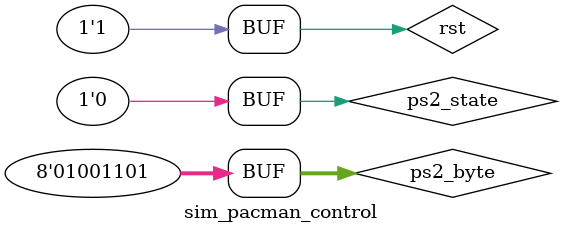
<source format=v>
`timescale 1ns / 1ps


module sim_pacman_control;

	// Inputs
	reg [7:0] ps2_byte;
	reg ps2_state;
	reg rst;
	// Outputs
	wire [9:0] pacman_l;
	wire [9:0] pacman_r;
	wire [9:0] pacman_b;
	wire [9:0] pacman_t;
	wire [9:0] block1_x;
	wire [9:0] block1_y;

	// Instantiate the Unit Under Test (UUT)
	Pacman_Control uut (
		.ps2_byte(ps2_byte), 
		.ps2_state(ps2_state), 
		.rst(rst), 
		.pacman_l(pacman_l), 
		.pacman_r(pacman_r), 
		.pacman_b(pacman_b), 
		.pacman_t(pacman_t), 
		.block1_x(block1_x), 
		.block1_y(block1_y)
	);

	initial begin
		rst = 1;
		#50;
		rst = 0;
		ps2_byte = 8'h48;
		ps2_state = 1;
		#50;
		ps2_state = 0;
		#50;
		ps2_byte = 8'h4B;
		ps2_state = 1;
		#50;
		ps2_byte = 8'h50;
		ps2_state = 1;
		#50;
		ps2_state = 0;
		#50;
		ps2_byte = 8'h4D;
		ps2_state = 1;
		#50;
		ps2_state = 0;
		#50;
		rst = 1;

		#100;

	end
      
endmodule


</source>
